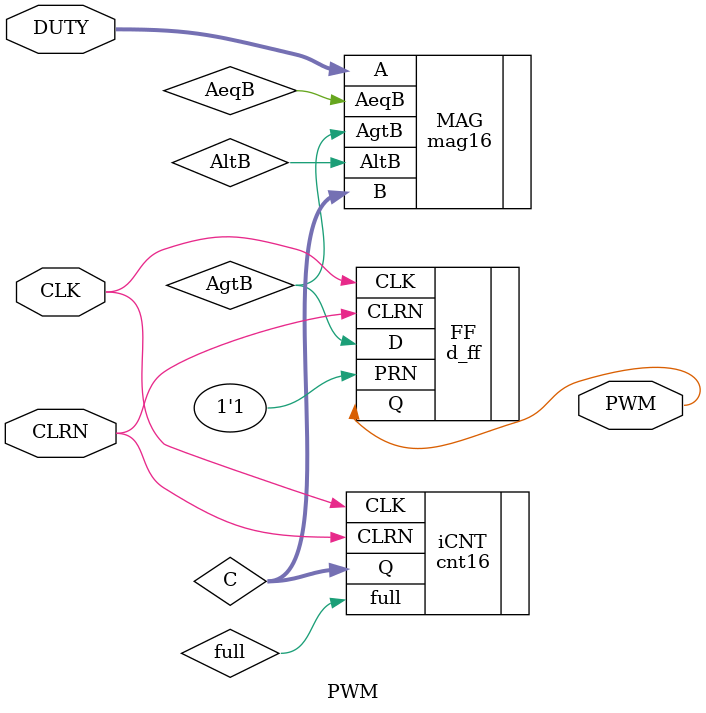
<source format=sv>
module PWM (
  input CLK,			// system clock
  input CLRN,			// asynch active low reset
  input [15:0] DUTY,	// the desired duty cycle of the PWM
  output PWM			// PWM signal
);

  //////////////////////////////////////////
  // Declare any needed internal signals //
  ////////////////////////////////////////
logic [15:0] C; 
logic full, AgtB, AeqB, AltB;
  
  //////////////////////////
  // Instantiate counter //
  ////////////////////////
cnt16 iCNT (.CLK(CLK), .CLRN(CLRN), .Q(C), .full(full));
  
  //////////////////////////////////////////////
  // Instantiate 16-bit magnitude comparator //
  ////////////////////////////////////////////
mag16 MAG (.A(DUTY[15:0]), .B(C), .AgtB(AgtB), .AeqB(AeqB), .AltB(AltB));
  
  //////////////////////////////////////////
  // Instantiate d_ff to register output //
  ////////////////////////////////////////
d_ff FF(.CLK(CLK), .D(AgtB), .CLRN(CLRN), .PRN(1'b1), .Q(PWM));
  
endmodule
  
</source>
